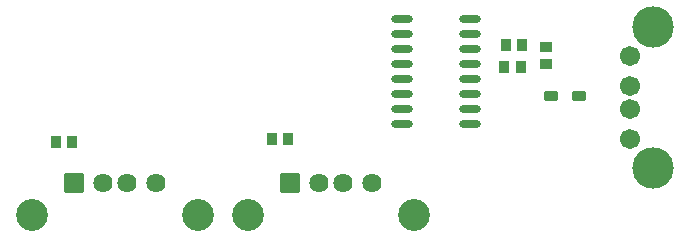
<source format=gts>
G04 Layer: TopSolderMaskLayer*
G04 EasyEDA v6.5.42, 2024-05-08 18:12:25*
G04 be8ffc033df6498d868a6c16453b8217,f8c0e07f684e49ff84154c9ab2af1557,10*
G04 Gerber Generator version 0.2*
G04 Scale: 100 percent, Rotated: No, Reflected: No *
G04 Dimensions in millimeters *
G04 leading zeros omitted , absolute positions ,4 integer and 5 decimal *
%FSLAX45Y45*%
%MOMM*%

%AMMACRO1*1,1,$1,$2,$3*1,1,$1,$4,$5*1,1,$1,0-$2,0-$3*1,1,$1,0-$4,0-$5*20,1,$1,$2,$3,$4,$5,0*20,1,$1,$4,$5,0-$2,0-$3,0*20,1,$1,0-$2,0-$3,0-$4,0-$5,0*20,1,$1,0-$4,0-$5,$2,$3,0*4,1,4,$2,$3,$4,$5,0-$2,0-$3,0-$4,0-$5,$2,$3,0*%
%ADD10MACRO1,0.1016X0.4X-0.45X-0.4X-0.45*%
%ADD11C,1.7016*%
%ADD12C,3.5016*%
%ADD13MACRO1,0.1016X0.45X0.4X0.45X-0.4*%
%ADD14MACRO1,0.1016X-0.4X0.45X0.4X0.45*%
%ADD15MACRO1,0.1016X-0.5X0.375X0.5X0.375*%
%ADD16O,1.8466053999999998X0.6615938*%
%ADD17C,2.7016*%
%ADD18C,1.6256*%
%ADD19MACRO1,0.1016X-0.762X0.762X0.762X0.762*%

%LPD*%
D10*
G01*
X3943200Y-2870200D03*
G01*
X4083199Y-2870200D03*
D11*
G01*
X6973900Y-2164613D03*
G01*
X6973900Y-2414600D03*
G01*
X6973900Y-2614599D03*
G01*
X6973900Y-2864612D03*
D12*
G01*
X7173899Y-1914601D03*
G01*
X7173899Y-3114598D03*
D13*
G01*
X6261100Y-2228999D03*
G01*
X6261100Y-2089000D03*
D10*
G01*
X2114400Y-2895600D03*
G01*
X2254399Y-2895600D03*
D14*
G01*
X6051699Y-2260600D03*
G01*
X5911700Y-2260600D03*
G01*
X6064399Y-2070100D03*
G01*
X5924400Y-2070100D03*
D15*
G01*
X6543455Y-2501900D03*
G01*
X6308949Y-2501900D03*
D16*
G01*
X5046751Y-1854200D03*
G01*
X5046751Y-1981200D03*
G01*
X5046751Y-2108200D03*
G01*
X5046751Y-2235200D03*
G01*
X5046751Y-2362200D03*
G01*
X5046751Y-2489200D03*
G01*
X5046751Y-2616200D03*
G01*
X5046751Y-2743200D03*
G01*
X5621248Y-1854200D03*
G01*
X5621248Y-1981200D03*
G01*
X5621248Y-2108200D03*
G01*
X5621248Y-2235200D03*
G01*
X5621248Y-2362200D03*
G01*
X5621248Y-2489200D03*
G01*
X5621248Y-2616200D03*
G01*
X5621248Y-2743200D03*
D17*
G01*
X3745001Y-3513696D03*
G01*
X5144998Y-3513696D03*
D18*
G01*
X4794986Y-3242703D03*
G01*
X4544999Y-3242703D03*
G01*
X4345000Y-3242703D03*
D19*
G01*
X4094988Y-3242703D03*
D17*
G01*
X1916201Y-3513696D03*
G01*
X3316198Y-3513696D03*
D18*
G01*
X2966186Y-3242703D03*
G01*
X2716199Y-3242703D03*
G01*
X2516200Y-3242703D03*
D19*
G01*
X2266188Y-3242703D03*
M02*

</source>
